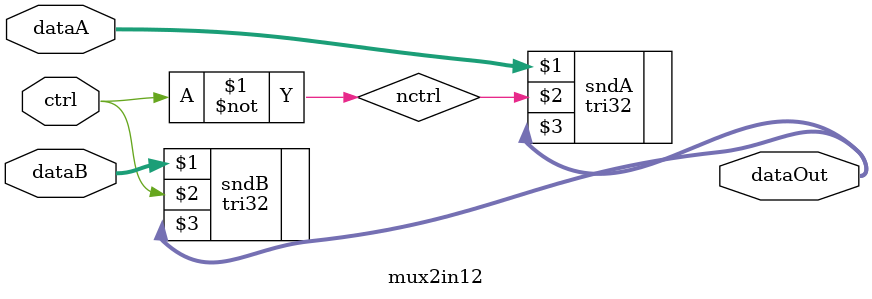
<source format=v>
module mux2in12(dataA, dataB, ctrl, dataOut);

	input[11:0] dataA, dataB;
	input ctrl;
	output[11:0] dataOut;
	
	wire nctrl;
	
	// Ctrl == 0, send dataA
	not	aCtrl(nctrl, ctrl);
	tri32	sndA(dataA, nctrl, dataOut);
	
	// Ctrl == 1, send dataB
	tri32	sndB(dataB, ctrl, dataOut);
	
endmodule

</source>
